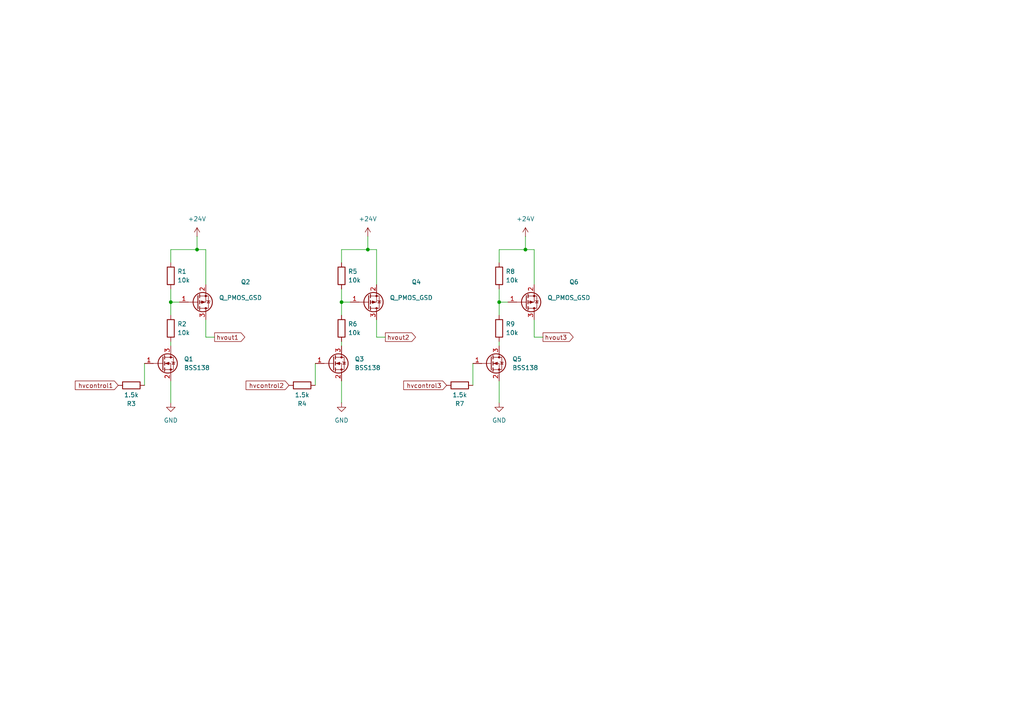
<source format=kicad_sch>
(kicad_sch
	(version 20231120)
	(generator "eeschema")
	(generator_version "8.0")
	(uuid "a2362b97-d29b-4f76-9a0a-8bd8f1455dde")
	(paper "A4")
	(lib_symbols
		(symbol "Device:Q_PMOS_GSD"
			(pin_names
				(offset 0) hide)
			(exclude_from_sim no)
			(in_bom yes)
			(on_board yes)
			(property "Reference" "Q"
				(at 5.08 1.27 0)
				(effects
					(font
						(size 1.27 1.27)
					)
					(justify left)
				)
			)
			(property "Value" "Q_PMOS_GSD"
				(at 5.08 -1.27 0)
				(effects
					(font
						(size 1.27 1.27)
					)
					(justify left)
				)
			)
			(property "Footprint" ""
				(at 5.08 2.54 0)
				(effects
					(font
						(size 1.27 1.27)
					)
					(hide yes)
				)
			)
			(property "Datasheet" "~"
				(at 0 0 0)
				(effects
					(font
						(size 1.27 1.27)
					)
					(hide yes)
				)
			)
			(property "Description" "P-MOSFET transistor, gate/source/drain"
				(at 0 0 0)
				(effects
					(font
						(size 1.27 1.27)
					)
					(hide yes)
				)
			)
			(property "ki_keywords" "transistor PMOS P-MOS P-MOSFET"
				(at 0 0 0)
				(effects
					(font
						(size 1.27 1.27)
					)
					(hide yes)
				)
			)
			(symbol "Q_PMOS_GSD_0_1"
				(polyline
					(pts
						(xy 0.254 0) (xy -2.54 0)
					)
					(stroke
						(width 0)
						(type default)
					)
					(fill
						(type none)
					)
				)
				(polyline
					(pts
						(xy 0.254 1.905) (xy 0.254 -1.905)
					)
					(stroke
						(width 0.254)
						(type default)
					)
					(fill
						(type none)
					)
				)
				(polyline
					(pts
						(xy 0.762 -1.27) (xy 0.762 -2.286)
					)
					(stroke
						(width 0.254)
						(type default)
					)
					(fill
						(type none)
					)
				)
				(polyline
					(pts
						(xy 0.762 0.508) (xy 0.762 -0.508)
					)
					(stroke
						(width 0.254)
						(type default)
					)
					(fill
						(type none)
					)
				)
				(polyline
					(pts
						(xy 0.762 2.286) (xy 0.762 1.27)
					)
					(stroke
						(width 0.254)
						(type default)
					)
					(fill
						(type none)
					)
				)
				(polyline
					(pts
						(xy 2.54 2.54) (xy 2.54 1.778)
					)
					(stroke
						(width 0)
						(type default)
					)
					(fill
						(type none)
					)
				)
				(polyline
					(pts
						(xy 2.54 -2.54) (xy 2.54 0) (xy 0.762 0)
					)
					(stroke
						(width 0)
						(type default)
					)
					(fill
						(type none)
					)
				)
				(polyline
					(pts
						(xy 0.762 1.778) (xy 3.302 1.778) (xy 3.302 -1.778) (xy 0.762 -1.778)
					)
					(stroke
						(width 0)
						(type default)
					)
					(fill
						(type none)
					)
				)
				(polyline
					(pts
						(xy 2.286 0) (xy 1.27 0.381) (xy 1.27 -0.381) (xy 2.286 0)
					)
					(stroke
						(width 0)
						(type default)
					)
					(fill
						(type outline)
					)
				)
				(polyline
					(pts
						(xy 2.794 -0.508) (xy 2.921 -0.381) (xy 3.683 -0.381) (xy 3.81 -0.254)
					)
					(stroke
						(width 0)
						(type default)
					)
					(fill
						(type none)
					)
				)
				(polyline
					(pts
						(xy 3.302 -0.381) (xy 2.921 0.254) (xy 3.683 0.254) (xy 3.302 -0.381)
					)
					(stroke
						(width 0)
						(type default)
					)
					(fill
						(type none)
					)
				)
				(circle
					(center 1.651 0)
					(radius 2.794)
					(stroke
						(width 0.254)
						(type default)
					)
					(fill
						(type none)
					)
				)
				(circle
					(center 2.54 -1.778)
					(radius 0.254)
					(stroke
						(width 0)
						(type default)
					)
					(fill
						(type outline)
					)
				)
				(circle
					(center 2.54 1.778)
					(radius 0.254)
					(stroke
						(width 0)
						(type default)
					)
					(fill
						(type outline)
					)
				)
			)
			(symbol "Q_PMOS_GSD_1_1"
				(pin input line
					(at -5.08 0 0)
					(length 2.54)
					(name "G"
						(effects
							(font
								(size 1.27 1.27)
							)
						)
					)
					(number "1"
						(effects
							(font
								(size 1.27 1.27)
							)
						)
					)
				)
				(pin passive line
					(at 2.54 -5.08 90)
					(length 2.54)
					(name "S"
						(effects
							(font
								(size 1.27 1.27)
							)
						)
					)
					(number "2"
						(effects
							(font
								(size 1.27 1.27)
							)
						)
					)
				)
				(pin passive line
					(at 2.54 5.08 270)
					(length 2.54)
					(name "D"
						(effects
							(font
								(size 1.27 1.27)
							)
						)
					)
					(number "3"
						(effects
							(font
								(size 1.27 1.27)
							)
						)
					)
				)
			)
		)
		(symbol "Device:R"
			(pin_numbers hide)
			(pin_names
				(offset 0)
			)
			(exclude_from_sim no)
			(in_bom yes)
			(on_board yes)
			(property "Reference" "R"
				(at 2.032 0 90)
				(effects
					(font
						(size 1.27 1.27)
					)
				)
			)
			(property "Value" "R"
				(at 0 0 90)
				(effects
					(font
						(size 1.27 1.27)
					)
				)
			)
			(property "Footprint" ""
				(at -1.778 0 90)
				(effects
					(font
						(size 1.27 1.27)
					)
					(hide yes)
				)
			)
			(property "Datasheet" "~"
				(at 0 0 0)
				(effects
					(font
						(size 1.27 1.27)
					)
					(hide yes)
				)
			)
			(property "Description" "Resistor"
				(at 0 0 0)
				(effects
					(font
						(size 1.27 1.27)
					)
					(hide yes)
				)
			)
			(property "ki_keywords" "R res resistor"
				(at 0 0 0)
				(effects
					(font
						(size 1.27 1.27)
					)
					(hide yes)
				)
			)
			(property "ki_fp_filters" "R_*"
				(at 0 0 0)
				(effects
					(font
						(size 1.27 1.27)
					)
					(hide yes)
				)
			)
			(symbol "R_0_1"
				(rectangle
					(start -1.016 -2.54)
					(end 1.016 2.54)
					(stroke
						(width 0.254)
						(type default)
					)
					(fill
						(type none)
					)
				)
			)
			(symbol "R_1_1"
				(pin passive line
					(at 0 3.81 270)
					(length 1.27)
					(name "~"
						(effects
							(font
								(size 1.27 1.27)
							)
						)
					)
					(number "1"
						(effects
							(font
								(size 1.27 1.27)
							)
						)
					)
				)
				(pin passive line
					(at 0 -3.81 90)
					(length 1.27)
					(name "~"
						(effects
							(font
								(size 1.27 1.27)
							)
						)
					)
					(number "2"
						(effects
							(font
								(size 1.27 1.27)
							)
						)
					)
				)
			)
		)
		(symbol "Transistor_FET:BSS138"
			(pin_names hide)
			(exclude_from_sim no)
			(in_bom yes)
			(on_board yes)
			(property "Reference" "Q"
				(at 5.08 1.905 0)
				(effects
					(font
						(size 1.27 1.27)
					)
					(justify left)
				)
			)
			(property "Value" "BSS138"
				(at 5.08 0 0)
				(effects
					(font
						(size 1.27 1.27)
					)
					(justify left)
				)
			)
			(property "Footprint" "Package_TO_SOT_SMD:SOT-23"
				(at 5.08 -1.905 0)
				(effects
					(font
						(size 1.27 1.27)
						(italic yes)
					)
					(justify left)
					(hide yes)
				)
			)
			(property "Datasheet" "https://www.onsemi.com/pub/Collateral/BSS138-D.PDF"
				(at 5.08 -3.81 0)
				(effects
					(font
						(size 1.27 1.27)
					)
					(justify left)
					(hide yes)
				)
			)
			(property "Description" "50V Vds, 0.22A Id, N-Channel MOSFET, SOT-23"
				(at 0 0 0)
				(effects
					(font
						(size 1.27 1.27)
					)
					(hide yes)
				)
			)
			(property "ki_keywords" "N-Channel MOSFET"
				(at 0 0 0)
				(effects
					(font
						(size 1.27 1.27)
					)
					(hide yes)
				)
			)
			(property "ki_fp_filters" "SOT?23*"
				(at 0 0 0)
				(effects
					(font
						(size 1.27 1.27)
					)
					(hide yes)
				)
			)
			(symbol "BSS138_0_1"
				(polyline
					(pts
						(xy 0.254 0) (xy -2.54 0)
					)
					(stroke
						(width 0)
						(type default)
					)
					(fill
						(type none)
					)
				)
				(polyline
					(pts
						(xy 0.254 1.905) (xy 0.254 -1.905)
					)
					(stroke
						(width 0.254)
						(type default)
					)
					(fill
						(type none)
					)
				)
				(polyline
					(pts
						(xy 0.762 -1.27) (xy 0.762 -2.286)
					)
					(stroke
						(width 0.254)
						(type default)
					)
					(fill
						(type none)
					)
				)
				(polyline
					(pts
						(xy 0.762 0.508) (xy 0.762 -0.508)
					)
					(stroke
						(width 0.254)
						(type default)
					)
					(fill
						(type none)
					)
				)
				(polyline
					(pts
						(xy 0.762 2.286) (xy 0.762 1.27)
					)
					(stroke
						(width 0.254)
						(type default)
					)
					(fill
						(type none)
					)
				)
				(polyline
					(pts
						(xy 2.54 2.54) (xy 2.54 1.778)
					)
					(stroke
						(width 0)
						(type default)
					)
					(fill
						(type none)
					)
				)
				(polyline
					(pts
						(xy 2.54 -2.54) (xy 2.54 0) (xy 0.762 0)
					)
					(stroke
						(width 0)
						(type default)
					)
					(fill
						(type none)
					)
				)
				(polyline
					(pts
						(xy 0.762 -1.778) (xy 3.302 -1.778) (xy 3.302 1.778) (xy 0.762 1.778)
					)
					(stroke
						(width 0)
						(type default)
					)
					(fill
						(type none)
					)
				)
				(polyline
					(pts
						(xy 1.016 0) (xy 2.032 0.381) (xy 2.032 -0.381) (xy 1.016 0)
					)
					(stroke
						(width 0)
						(type default)
					)
					(fill
						(type outline)
					)
				)
				(polyline
					(pts
						(xy 2.794 0.508) (xy 2.921 0.381) (xy 3.683 0.381) (xy 3.81 0.254)
					)
					(stroke
						(width 0)
						(type default)
					)
					(fill
						(type none)
					)
				)
				(polyline
					(pts
						(xy 3.302 0.381) (xy 2.921 -0.254) (xy 3.683 -0.254) (xy 3.302 0.381)
					)
					(stroke
						(width 0)
						(type default)
					)
					(fill
						(type none)
					)
				)
				(circle
					(center 1.651 0)
					(radius 2.794)
					(stroke
						(width 0.254)
						(type default)
					)
					(fill
						(type none)
					)
				)
				(circle
					(center 2.54 -1.778)
					(radius 0.254)
					(stroke
						(width 0)
						(type default)
					)
					(fill
						(type outline)
					)
				)
				(circle
					(center 2.54 1.778)
					(radius 0.254)
					(stroke
						(width 0)
						(type default)
					)
					(fill
						(type outline)
					)
				)
			)
			(symbol "BSS138_1_1"
				(pin input line
					(at -5.08 0 0)
					(length 2.54)
					(name "G"
						(effects
							(font
								(size 1.27 1.27)
							)
						)
					)
					(number "1"
						(effects
							(font
								(size 1.27 1.27)
							)
						)
					)
				)
				(pin passive line
					(at 2.54 -5.08 90)
					(length 2.54)
					(name "S"
						(effects
							(font
								(size 1.27 1.27)
							)
						)
					)
					(number "2"
						(effects
							(font
								(size 1.27 1.27)
							)
						)
					)
				)
				(pin passive line
					(at 2.54 5.08 270)
					(length 2.54)
					(name "D"
						(effects
							(font
								(size 1.27 1.27)
							)
						)
					)
					(number "3"
						(effects
							(font
								(size 1.27 1.27)
							)
						)
					)
				)
			)
		)
		(symbol "power:+24V"
			(power)
			(pin_numbers hide)
			(pin_names
				(offset 0) hide)
			(exclude_from_sim no)
			(in_bom yes)
			(on_board yes)
			(property "Reference" "#PWR"
				(at 0 -3.81 0)
				(effects
					(font
						(size 1.27 1.27)
					)
					(hide yes)
				)
			)
			(property "Value" "+24V"
				(at 0 3.556 0)
				(effects
					(font
						(size 1.27 1.27)
					)
				)
			)
			(property "Footprint" ""
				(at 0 0 0)
				(effects
					(font
						(size 1.27 1.27)
					)
					(hide yes)
				)
			)
			(property "Datasheet" ""
				(at 0 0 0)
				(effects
					(font
						(size 1.27 1.27)
					)
					(hide yes)
				)
			)
			(property "Description" "Power symbol creates a global label with name \"+24V\""
				(at 0 0 0)
				(effects
					(font
						(size 1.27 1.27)
					)
					(hide yes)
				)
			)
			(property "ki_keywords" "global power"
				(at 0 0 0)
				(effects
					(font
						(size 1.27 1.27)
					)
					(hide yes)
				)
			)
			(symbol "+24V_0_1"
				(polyline
					(pts
						(xy -0.762 1.27) (xy 0 2.54)
					)
					(stroke
						(width 0)
						(type default)
					)
					(fill
						(type none)
					)
				)
				(polyline
					(pts
						(xy 0 0) (xy 0 2.54)
					)
					(stroke
						(width 0)
						(type default)
					)
					(fill
						(type none)
					)
				)
				(polyline
					(pts
						(xy 0 2.54) (xy 0.762 1.27)
					)
					(stroke
						(width 0)
						(type default)
					)
					(fill
						(type none)
					)
				)
			)
			(symbol "+24V_1_1"
				(pin power_in line
					(at 0 0 90)
					(length 0)
					(name "~"
						(effects
							(font
								(size 1.27 1.27)
							)
						)
					)
					(number "1"
						(effects
							(font
								(size 1.27 1.27)
							)
						)
					)
				)
			)
		)
		(symbol "power:GND"
			(power)
			(pin_numbers hide)
			(pin_names
				(offset 0) hide)
			(exclude_from_sim no)
			(in_bom yes)
			(on_board yes)
			(property "Reference" "#PWR"
				(at 0 -6.35 0)
				(effects
					(font
						(size 1.27 1.27)
					)
					(hide yes)
				)
			)
			(property "Value" "GND"
				(at 0 -3.81 0)
				(effects
					(font
						(size 1.27 1.27)
					)
				)
			)
			(property "Footprint" ""
				(at 0 0 0)
				(effects
					(font
						(size 1.27 1.27)
					)
					(hide yes)
				)
			)
			(property "Datasheet" ""
				(at 0 0 0)
				(effects
					(font
						(size 1.27 1.27)
					)
					(hide yes)
				)
			)
			(property "Description" "Power symbol creates a global label with name \"GND\" , ground"
				(at 0 0 0)
				(effects
					(font
						(size 1.27 1.27)
					)
					(hide yes)
				)
			)
			(property "ki_keywords" "global power"
				(at 0 0 0)
				(effects
					(font
						(size 1.27 1.27)
					)
					(hide yes)
				)
			)
			(symbol "GND_0_1"
				(polyline
					(pts
						(xy 0 0) (xy 0 -1.27) (xy 1.27 -1.27) (xy 0 -2.54) (xy -1.27 -1.27) (xy 0 -1.27)
					)
					(stroke
						(width 0)
						(type default)
					)
					(fill
						(type none)
					)
				)
			)
			(symbol "GND_1_1"
				(pin power_in line
					(at 0 0 270)
					(length 0)
					(name "~"
						(effects
							(font
								(size 1.27 1.27)
							)
						)
					)
					(number "1"
						(effects
							(font
								(size 1.27 1.27)
							)
						)
					)
				)
			)
		)
	)
	(junction
		(at 57.15 72.39)
		(diameter 0)
		(color 0 0 0 0)
		(uuid "0ee08bdd-7188-4d72-a9f7-64b7b7d6fe8b")
	)
	(junction
		(at 99.06 87.63)
		(diameter 0)
		(color 0 0 0 0)
		(uuid "29f71a16-aeb4-4011-a3f4-ba549d43e04d")
	)
	(junction
		(at 106.68 72.39)
		(diameter 0)
		(color 0 0 0 0)
		(uuid "484efa75-98fc-489d-b665-909cc36f3bf6")
	)
	(junction
		(at 152.4 72.39)
		(diameter 0)
		(color 0 0 0 0)
		(uuid "941a4562-df5d-42fe-9ce0-a0ddfeef7ea1")
	)
	(junction
		(at 49.53 87.63)
		(diameter 0)
		(color 0 0 0 0)
		(uuid "bb06acb0-a793-49bd-84de-31ee0c07184d")
	)
	(junction
		(at 144.78 87.63)
		(diameter 0)
		(color 0 0 0 0)
		(uuid "c911aa96-7ba6-452a-b7c8-a62727c2a9dd")
	)
	(wire
		(pts
			(xy 144.78 83.82) (xy 144.78 87.63)
		)
		(stroke
			(width 0)
			(type default)
		)
		(uuid "060bd17c-24aa-4092-9223-88450382a7a9")
	)
	(wire
		(pts
			(xy 106.68 72.39) (xy 99.06 72.39)
		)
		(stroke
			(width 0)
			(type default)
		)
		(uuid "11327c5b-f233-45fd-afab-f2dbfd7ac227")
	)
	(wire
		(pts
			(xy 99.06 110.49) (xy 99.06 116.84)
		)
		(stroke
			(width 0)
			(type default)
		)
		(uuid "113b7000-fd61-4d4d-8340-c6aca7fdc83c")
	)
	(wire
		(pts
			(xy 59.69 92.71) (xy 59.69 97.79)
		)
		(stroke
			(width 0)
			(type default)
		)
		(uuid "11e9e7da-61a2-4717-ada2-b671130facdb")
	)
	(wire
		(pts
			(xy 59.69 72.39) (xy 59.69 82.55)
		)
		(stroke
			(width 0)
			(type default)
		)
		(uuid "1741bc61-0a02-4ba7-9fa3-41b1d9cda603")
	)
	(wire
		(pts
			(xy 154.94 72.39) (xy 154.94 82.55)
		)
		(stroke
			(width 0)
			(type default)
		)
		(uuid "1d800466-1a17-41f7-a33e-9026f3de0562")
	)
	(wire
		(pts
			(xy 144.78 110.49) (xy 144.78 116.84)
		)
		(stroke
			(width 0)
			(type default)
		)
		(uuid "215c50ff-4649-4341-9843-d54932ba75aa")
	)
	(wire
		(pts
			(xy 144.78 87.63) (xy 147.32 87.63)
		)
		(stroke
			(width 0)
			(type default)
		)
		(uuid "2a77cca4-ff2a-4dae-95fd-08a98dc2f874")
	)
	(wire
		(pts
			(xy 154.94 92.71) (xy 154.94 97.79)
		)
		(stroke
			(width 0)
			(type default)
		)
		(uuid "3339a9d2-bd09-4aee-91ab-a614c32aaad1")
	)
	(wire
		(pts
			(xy 91.44 105.41) (xy 91.44 111.76)
		)
		(stroke
			(width 0)
			(type default)
		)
		(uuid "34ecaaf3-1a72-4ff1-9dd7-50663c24cfab")
	)
	(wire
		(pts
			(xy 99.06 87.63) (xy 101.6 87.63)
		)
		(stroke
			(width 0)
			(type default)
		)
		(uuid "37b081e5-e5a0-40ed-9b46-6905379bd580")
	)
	(wire
		(pts
			(xy 109.22 92.71) (xy 109.22 97.79)
		)
		(stroke
			(width 0)
			(type default)
		)
		(uuid "406191c6-571d-4c7b-be62-a69caebf1fb3")
	)
	(wire
		(pts
			(xy 152.4 72.39) (xy 144.78 72.39)
		)
		(stroke
			(width 0)
			(type default)
		)
		(uuid "433fb248-1648-4893-8d0f-69c050169388")
	)
	(wire
		(pts
			(xy 152.4 72.39) (xy 154.94 72.39)
		)
		(stroke
			(width 0)
			(type default)
		)
		(uuid "44ca7979-d27e-4d5d-b503-75a4739fb6ce")
	)
	(wire
		(pts
			(xy 49.53 87.63) (xy 49.53 91.44)
		)
		(stroke
			(width 0)
			(type default)
		)
		(uuid "4d1c528b-adec-462a-a1d7-af2fa466e42e")
	)
	(wire
		(pts
			(xy 99.06 99.06) (xy 99.06 100.33)
		)
		(stroke
			(width 0)
			(type default)
		)
		(uuid "52c4975e-7e6f-481d-8046-c53848e5740d")
	)
	(wire
		(pts
			(xy 49.53 83.82) (xy 49.53 87.63)
		)
		(stroke
			(width 0)
			(type default)
		)
		(uuid "64f15962-6e92-4104-9607-0803bf368b79")
	)
	(wire
		(pts
			(xy 106.68 72.39) (xy 109.22 72.39)
		)
		(stroke
			(width 0)
			(type default)
		)
		(uuid "68312460-425f-4d71-abaa-ee38c533b54b")
	)
	(wire
		(pts
			(xy 49.53 72.39) (xy 49.53 76.2)
		)
		(stroke
			(width 0)
			(type default)
		)
		(uuid "6a6319d2-e766-45de-83bb-f4350f2db0d4")
	)
	(wire
		(pts
			(xy 57.15 68.58) (xy 57.15 72.39)
		)
		(stroke
			(width 0)
			(type default)
		)
		(uuid "722481bd-3a02-4500-959c-729181d98e1d")
	)
	(wire
		(pts
			(xy 99.06 72.39) (xy 99.06 76.2)
		)
		(stroke
			(width 0)
			(type default)
		)
		(uuid "775b2f1a-62a7-493a-a993-dced9a10f7e0")
	)
	(wire
		(pts
			(xy 49.53 87.63) (xy 52.07 87.63)
		)
		(stroke
			(width 0)
			(type default)
		)
		(uuid "8f6ca151-c1f0-427a-b530-80de5c5df2b9")
	)
	(wire
		(pts
			(xy 57.15 72.39) (xy 59.69 72.39)
		)
		(stroke
			(width 0)
			(type default)
		)
		(uuid "90088ba3-d237-4832-938a-5a5b44ae63f4")
	)
	(wire
		(pts
			(xy 57.15 72.39) (xy 49.53 72.39)
		)
		(stroke
			(width 0)
			(type default)
		)
		(uuid "95cf7f47-394d-4b26-9825-57bbb16098be")
	)
	(wire
		(pts
			(xy 144.78 99.06) (xy 144.78 100.33)
		)
		(stroke
			(width 0)
			(type default)
		)
		(uuid "95fe5c5f-c0eb-4718-8834-f6209a744fac")
	)
	(wire
		(pts
			(xy 99.06 83.82) (xy 99.06 87.63)
		)
		(stroke
			(width 0)
			(type default)
		)
		(uuid "9ca884c4-480b-4b31-9536-cd499b553a9c")
	)
	(wire
		(pts
			(xy 144.78 87.63) (xy 144.78 91.44)
		)
		(stroke
			(width 0)
			(type default)
		)
		(uuid "9d258f3f-a9cb-471e-9697-00bfec305ddf")
	)
	(wire
		(pts
			(xy 109.22 72.39) (xy 109.22 82.55)
		)
		(stroke
			(width 0)
			(type default)
		)
		(uuid "a053f006-e161-400a-9b70-469e40a22f89")
	)
	(wire
		(pts
			(xy 41.91 105.41) (xy 41.91 111.76)
		)
		(stroke
			(width 0)
			(type default)
		)
		(uuid "a702a8a3-012f-4355-b479-01c79f90f48e")
	)
	(wire
		(pts
			(xy 59.69 97.79) (xy 62.23 97.79)
		)
		(stroke
			(width 0)
			(type default)
		)
		(uuid "aae19eea-4412-48cd-8869-0ac0986803e9")
	)
	(wire
		(pts
			(xy 109.22 97.79) (xy 111.76 97.79)
		)
		(stroke
			(width 0)
			(type default)
		)
		(uuid "b625746a-d241-436a-9df6-bc49681f1dfa")
	)
	(wire
		(pts
			(xy 49.53 99.06) (xy 49.53 100.33)
		)
		(stroke
			(width 0)
			(type default)
		)
		(uuid "bd90e9ed-f0b5-43aa-a705-70a4113e8787")
	)
	(wire
		(pts
			(xy 99.06 87.63) (xy 99.06 91.44)
		)
		(stroke
			(width 0)
			(type default)
		)
		(uuid "c6d9a2c8-ba14-4272-b479-dfbd05f735a0")
	)
	(wire
		(pts
			(xy 154.94 97.79) (xy 157.48 97.79)
		)
		(stroke
			(width 0)
			(type default)
		)
		(uuid "c9e23f25-4e47-4dd5-89a8-7c5fcac99e3e")
	)
	(wire
		(pts
			(xy 152.4 68.58) (xy 152.4 72.39)
		)
		(stroke
			(width 0)
			(type default)
		)
		(uuid "cd66ff8c-e5e7-4c9b-a09e-6fa9463cfa56")
	)
	(wire
		(pts
			(xy 144.78 72.39) (xy 144.78 76.2)
		)
		(stroke
			(width 0)
			(type default)
		)
		(uuid "d16724f8-372b-46e9-9be5-f3e163333142")
	)
	(wire
		(pts
			(xy 106.68 68.58) (xy 106.68 72.39)
		)
		(stroke
			(width 0)
			(type default)
		)
		(uuid "d1b8f010-e5c0-4050-8e59-a34f06505652")
	)
	(wire
		(pts
			(xy 49.53 110.49) (xy 49.53 116.84)
		)
		(stroke
			(width 0)
			(type default)
		)
		(uuid "dde76c3b-ca2e-44b8-8411-b89463ead3e1")
	)
	(wire
		(pts
			(xy 137.16 105.41) (xy 137.16 111.76)
		)
		(stroke
			(width 0)
			(type default)
		)
		(uuid "df852d56-2c8c-4413-a2c2-049fddaab17a")
	)
	(global_label "hvout2"
		(shape output)
		(at 111.76 97.79 0)
		(fields_autoplaced yes)
		(effects
			(font
				(size 1.27 1.27)
			)
			(justify left)
		)
		(uuid "00fe1eb4-afb0-4333-9de6-f56fc91e82ff")
		(property "Intersheetrefs" "${INTERSHEET_REFS}"
			(at 121.095 97.79 0)
			(effects
				(font
					(size 1.27 1.27)
				)
				(justify left)
				(hide yes)
			)
		)
	)
	(global_label "hvcontrol3"
		(shape input)
		(at 129.54 111.76 180)
		(fields_autoplaced yes)
		(effects
			(font
				(size 1.27 1.27)
			)
			(justify right)
		)
		(uuid "1bf79150-13ba-4479-afc2-60dd37ca290e")
		(property "Intersheetrefs" "${INTERSHEET_REFS}"
			(at 116.516 111.76 0)
			(effects
				(font
					(size 1.27 1.27)
				)
				(justify right)
				(hide yes)
			)
		)
	)
	(global_label "hvout3"
		(shape output)
		(at 157.48 97.79 0)
		(fields_autoplaced yes)
		(effects
			(font
				(size 1.27 1.27)
			)
			(justify left)
		)
		(uuid "517c640e-c0e5-449e-a1d9-ef8c1488871b")
		(property "Intersheetrefs" "${INTERSHEET_REFS}"
			(at 166.815 97.79 0)
			(effects
				(font
					(size 1.27 1.27)
				)
				(justify left)
				(hide yes)
			)
		)
	)
	(global_label "hvout1"
		(shape output)
		(at 62.23 97.79 0)
		(fields_autoplaced yes)
		(effects
			(font
				(size 1.27 1.27)
			)
			(justify left)
		)
		(uuid "5268fc5a-9653-4ac7-9075-9bd64dde2992")
		(property "Intersheetrefs" "${INTERSHEET_REFS}"
			(at 71.565 97.79 0)
			(effects
				(font
					(size 1.27 1.27)
				)
				(justify left)
				(hide yes)
			)
		)
	)
	(global_label "hvcontrol2"
		(shape input)
		(at 83.82 111.76 180)
		(fields_autoplaced yes)
		(effects
			(font
				(size 1.27 1.27)
			)
			(justify right)
		)
		(uuid "6fe90137-7a27-41ac-8a9c-a26ff04dc5f0")
		(property "Intersheetrefs" "${INTERSHEET_REFS}"
			(at 70.796 111.76 0)
			(effects
				(font
					(size 1.27 1.27)
				)
				(justify right)
				(hide yes)
			)
		)
	)
	(global_label "hvcontrol1"
		(shape input)
		(at 34.29 111.76 180)
		(fields_autoplaced yes)
		(effects
			(font
				(size 1.27 1.27)
			)
			(justify right)
		)
		(uuid "79a45640-18c0-4f01-941a-a610344979f7")
		(property "Intersheetrefs" "${INTERSHEET_REFS}"
			(at 21.266 111.76 0)
			(effects
				(font
					(size 1.27 1.27)
				)
				(justify right)
				(hide yes)
			)
		)
	)
	(symbol
		(lib_id "Device:R")
		(at 99.06 95.25 180)
		(unit 1)
		(exclude_from_sim no)
		(in_bom yes)
		(on_board yes)
		(dnp no)
		(fields_autoplaced yes)
		(uuid "1881c5e6-118e-419c-9b2b-bdc1681427a1")
		(property "Reference" "R6"
			(at 100.965 93.9799 0)
			(effects
				(font
					(size 1.27 1.27)
				)
				(justify right)
			)
		)
		(property "Value" "10k"
			(at 100.965 96.5199 0)
			(effects
				(font
					(size 1.27 1.27)
				)
				(justify right)
			)
		)
		(property "Footprint" "Resistor_SMD:R_0603_1608Metric_Pad0.98x0.95mm_HandSolder"
			(at 100.838 95.25 90)
			(effects
				(font
					(size 1.27 1.27)
				)
				(hide yes)
			)
		)
		(property "Datasheet" "~"
			(at 99.06 95.25 0)
			(effects
				(font
					(size 1.27 1.27)
				)
				(hide yes)
			)
		)
		(property "Description" "Resistor"
			(at 99.06 95.25 0)
			(effects
				(font
					(size 1.27 1.27)
				)
				(hide yes)
			)
		)
		(pin "1"
			(uuid "ba9b4d6f-8150-4e60-9b51-6d2da5c186a9")
		)
		(pin "2"
			(uuid "ab93fc35-a0db-46b0-90c7-83e5d32be2cb")
		)
		(instances
			(project "NEOCERA_jnr_project"
				(path "/a8746ab6-0163-416c-99f9-0036ded73fc6/15a42c98-7d13-43cc-bc93-127d5e629e85"
					(reference "R6")
					(unit 1)
				)
			)
		)
	)
	(symbol
		(lib_id "Device:Q_PMOS_GSD")
		(at 152.4 87.63 0)
		(mirror x)
		(unit 1)
		(exclude_from_sim no)
		(in_bom yes)
		(on_board yes)
		(dnp no)
		(uuid "2254e679-4201-4988-94d0-1dadbd40cc28")
		(property "Reference" "Q6"
			(at 165.1 81.788 0)
			(effects
				(font
					(size 1.27 1.27)
				)
				(justify left)
			)
		)
		(property "Value" "Q_PMOS_GSD"
			(at 158.75 86.3601 0)
			(effects
				(font
					(size 1.27 1.27)
				)
				(justify left)
			)
		)
		(property "Footprint" "Package_TO_SOT_SMD:SOT-23_Handsoldering"
			(at 157.48 90.17 0)
			(effects
				(font
					(size 1.27 1.27)
				)
				(hide yes)
			)
		)
		(property "Datasheet" "~"
			(at 152.4 87.63 0)
			(effects
				(font
					(size 1.27 1.27)
				)
				(hide yes)
			)
		)
		(property "Description" "P-MOSFET transistor, gate/source/drain"
			(at 152.4 87.63 0)
			(effects
				(font
					(size 1.27 1.27)
				)
				(hide yes)
			)
		)
		(pin "2"
			(uuid "d116f519-4bbf-4aca-ace3-557c4a23a9f3")
		)
		(pin "1"
			(uuid "2f054ef1-b8e4-480c-86b0-524dae535c87")
		)
		(pin "3"
			(uuid "cb3eed34-84b9-4364-add3-da34e4ed986f")
		)
		(instances
			(project "NEOCERA_jnr_project"
				(path "/a8746ab6-0163-416c-99f9-0036ded73fc6/15a42c98-7d13-43cc-bc93-127d5e629e85"
					(reference "Q6")
					(unit 1)
				)
			)
		)
	)
	(symbol
		(lib_id "power:+24V")
		(at 106.68 68.58 0)
		(unit 1)
		(exclude_from_sim no)
		(in_bom yes)
		(on_board yes)
		(dnp no)
		(fields_autoplaced yes)
		(uuid "2a9810f4-daa2-4029-bba7-92ac232a7d08")
		(property "Reference" "#PWR06"
			(at 106.68 72.39 0)
			(effects
				(font
					(size 1.27 1.27)
				)
				(hide yes)
			)
		)
		(property "Value" "+24V"
			(at 106.68 63.5 0)
			(effects
				(font
					(size 1.27 1.27)
				)
			)
		)
		(property "Footprint" ""
			(at 106.68 68.58 0)
			(effects
				(font
					(size 1.27 1.27)
				)
				(hide yes)
			)
		)
		(property "Datasheet" ""
			(at 106.68 68.58 0)
			(effects
				(font
					(size 1.27 1.27)
				)
				(hide yes)
			)
		)
		(property "Description" "Power symbol creates a global label with name \"+24V\""
			(at 106.68 68.58 0)
			(effects
				(font
					(size 1.27 1.27)
				)
				(hide yes)
			)
		)
		(pin "1"
			(uuid "3fee446c-b50d-4910-b0a0-0a97ba84a4d0")
		)
		(instances
			(project "NEOCERA_jnr_project"
				(path "/a8746ab6-0163-416c-99f9-0036ded73fc6/15a42c98-7d13-43cc-bc93-127d5e629e85"
					(reference "#PWR06")
					(unit 1)
				)
			)
		)
	)
	(symbol
		(lib_id "power:GND")
		(at 144.78 116.84 0)
		(unit 1)
		(exclude_from_sim no)
		(in_bom yes)
		(on_board yes)
		(dnp no)
		(fields_autoplaced yes)
		(uuid "3381cffe-8ac7-40b0-aa9f-a1a6226665df")
		(property "Reference" "#PWR07"
			(at 144.78 123.19 0)
			(effects
				(font
					(size 1.27 1.27)
				)
				(hide yes)
			)
		)
		(property "Value" "GND"
			(at 144.78 121.92 0)
			(effects
				(font
					(size 1.27 1.27)
				)
			)
		)
		(property "Footprint" ""
			(at 144.78 116.84 0)
			(effects
				(font
					(size 1.27 1.27)
				)
				(hide yes)
			)
		)
		(property "Datasheet" ""
			(at 144.78 116.84 0)
			(effects
				(font
					(size 1.27 1.27)
				)
				(hide yes)
			)
		)
		(property "Description" "Power symbol creates a global label with name \"GND\" , ground"
			(at 144.78 116.84 0)
			(effects
				(font
					(size 1.27 1.27)
				)
				(hide yes)
			)
		)
		(pin "1"
			(uuid "df02c50f-5f5b-4807-8295-410b7f474917")
		)
		(instances
			(project "NEOCERA_jnr_project"
				(path "/a8746ab6-0163-416c-99f9-0036ded73fc6/15a42c98-7d13-43cc-bc93-127d5e629e85"
					(reference "#PWR07")
					(unit 1)
				)
			)
		)
	)
	(symbol
		(lib_id "Transistor_FET:BSS138")
		(at 142.24 105.41 0)
		(unit 1)
		(exclude_from_sim no)
		(in_bom yes)
		(on_board yes)
		(dnp no)
		(fields_autoplaced yes)
		(uuid "3cdf0f56-6608-453a-9ea4-f5b09c16fec8")
		(property "Reference" "Q5"
			(at 148.59 104.1399 0)
			(effects
				(font
					(size 1.27 1.27)
				)
				(justify left)
			)
		)
		(property "Value" "BSS138"
			(at 148.59 106.6799 0)
			(effects
				(font
					(size 1.27 1.27)
				)
				(justify left)
			)
		)
		(property "Footprint" "Package_TO_SOT_SMD:SOT-23_Handsoldering"
			(at 147.32 107.315 0)
			(effects
				(font
					(size 1.27 1.27)
					(italic yes)
				)
				(justify left)
				(hide yes)
			)
		)
		(property "Datasheet" "https://www.onsemi.com/pub/Collateral/BSS138-D.PDF"
			(at 147.32 109.22 0)
			(effects
				(font
					(size 1.27 1.27)
				)
				(justify left)
				(hide yes)
			)
		)
		(property "Description" "50V Vds, 0.22A Id, N-Channel MOSFET, SOT-23"
			(at 142.24 105.41 0)
			(effects
				(font
					(size 1.27 1.27)
				)
				(hide yes)
			)
		)
		(pin "3"
			(uuid "4f189bdf-a3a4-4afb-bf8d-9e836ccf86d3")
		)
		(pin "1"
			(uuid "cc5016b1-76a7-487e-aca6-8f67b950817e")
		)
		(pin "2"
			(uuid "412f23b0-73cf-47a8-a32b-723be8a59e3b")
		)
		(instances
			(project "NEOCERA_jnr_project"
				(path "/a8746ab6-0163-416c-99f9-0036ded73fc6/15a42c98-7d13-43cc-bc93-127d5e629e85"
					(reference "Q5")
					(unit 1)
				)
			)
		)
	)
	(symbol
		(lib_id "Device:Q_PMOS_GSD")
		(at 57.15 87.63 0)
		(mirror x)
		(unit 1)
		(exclude_from_sim no)
		(in_bom yes)
		(on_board yes)
		(dnp no)
		(uuid "3d5b5d5d-0d35-4652-922e-c337bfddff22")
		(property "Reference" "Q2"
			(at 69.85 81.788 0)
			(effects
				(font
					(size 1.27 1.27)
				)
				(justify left)
			)
		)
		(property "Value" "Q_PMOS_GSD"
			(at 63.5 86.3601 0)
			(effects
				(font
					(size 1.27 1.27)
				)
				(justify left)
			)
		)
		(property "Footprint" "Package_TO_SOT_SMD:SOT-23_Handsoldering"
			(at 62.23 90.17 0)
			(effects
				(font
					(size 1.27 1.27)
				)
				(hide yes)
			)
		)
		(property "Datasheet" "~"
			(at 57.15 87.63 0)
			(effects
				(font
					(size 1.27 1.27)
				)
				(hide yes)
			)
		)
		(property "Description" "P-MOSFET transistor, gate/source/drain"
			(at 57.15 87.63 0)
			(effects
				(font
					(size 1.27 1.27)
				)
				(hide yes)
			)
		)
		(pin "2"
			(uuid "da1174ac-b90c-4bd5-a9fb-56971e9bbb7d")
		)
		(pin "1"
			(uuid "8ac5e9c6-f8f2-40cc-929f-d420d254124f")
		)
		(pin "3"
			(uuid "6aa99cde-332c-4cea-8e4a-5d17fe7750ac")
		)
		(instances
			(project ""
				(path "/a8746ab6-0163-416c-99f9-0036ded73fc6/15a42c98-7d13-43cc-bc93-127d5e629e85"
					(reference "Q2")
					(unit 1)
				)
			)
		)
	)
	(symbol
		(lib_id "Transistor_FET:BSS138")
		(at 46.99 105.41 0)
		(unit 1)
		(exclude_from_sim no)
		(in_bom yes)
		(on_board yes)
		(dnp no)
		(fields_autoplaced yes)
		(uuid "3f3fa405-c8d9-4e57-a98c-b351ee690d75")
		(property "Reference" "Q1"
			(at 53.34 104.1399 0)
			(effects
				(font
					(size 1.27 1.27)
				)
				(justify left)
			)
		)
		(property "Value" "BSS138"
			(at 53.34 106.6799 0)
			(effects
				(font
					(size 1.27 1.27)
				)
				(justify left)
			)
		)
		(property "Footprint" "Package_TO_SOT_SMD:SOT-23_Handsoldering"
			(at 52.07 107.315 0)
			(effects
				(font
					(size 1.27 1.27)
					(italic yes)
				)
				(justify left)
				(hide yes)
			)
		)
		(property "Datasheet" "https://www.onsemi.com/pub/Collateral/BSS138-D.PDF"
			(at 52.07 109.22 0)
			(effects
				(font
					(size 1.27 1.27)
				)
				(justify left)
				(hide yes)
			)
		)
		(property "Description" "50V Vds, 0.22A Id, N-Channel MOSFET, SOT-23"
			(at 46.99 105.41 0)
			(effects
				(font
					(size 1.27 1.27)
				)
				(hide yes)
			)
		)
		(pin "3"
			(uuid "6ac82a44-9808-434d-952b-4019b29b9ac7")
		)
		(pin "1"
			(uuid "88b60b74-ddb8-4c2b-b845-8f3cbca43478")
		)
		(pin "2"
			(uuid "87386ddc-3a24-4f7d-85c5-480ea6840391")
		)
		(instances
			(project ""
				(path "/a8746ab6-0163-416c-99f9-0036ded73fc6/15a42c98-7d13-43cc-bc93-127d5e629e85"
					(reference "Q1")
					(unit 1)
				)
			)
		)
	)
	(symbol
		(lib_id "power:GND")
		(at 49.53 116.84 0)
		(unit 1)
		(exclude_from_sim no)
		(in_bom yes)
		(on_board yes)
		(dnp no)
		(fields_autoplaced yes)
		(uuid "40a01b3a-0853-4756-b20d-a8c6409e47c6")
		(property "Reference" "#PWR03"
			(at 49.53 123.19 0)
			(effects
				(font
					(size 1.27 1.27)
				)
				(hide yes)
			)
		)
		(property "Value" "GND"
			(at 49.53 121.92 0)
			(effects
				(font
					(size 1.27 1.27)
				)
			)
		)
		(property "Footprint" ""
			(at 49.53 116.84 0)
			(effects
				(font
					(size 1.27 1.27)
				)
				(hide yes)
			)
		)
		(property "Datasheet" ""
			(at 49.53 116.84 0)
			(effects
				(font
					(size 1.27 1.27)
				)
				(hide yes)
			)
		)
		(property "Description" "Power symbol creates a global label with name \"GND\" , ground"
			(at 49.53 116.84 0)
			(effects
				(font
					(size 1.27 1.27)
				)
				(hide yes)
			)
		)
		(pin "1"
			(uuid "9611900c-c196-4e60-8284-0cbefb94cb76")
		)
		(instances
			(project "NEOCERA_jnr_project"
				(path "/a8746ab6-0163-416c-99f9-0036ded73fc6/15a42c98-7d13-43cc-bc93-127d5e629e85"
					(reference "#PWR03")
					(unit 1)
				)
			)
		)
	)
	(symbol
		(lib_id "Device:R")
		(at 99.06 80.01 0)
		(unit 1)
		(exclude_from_sim no)
		(in_bom yes)
		(on_board yes)
		(dnp no)
		(fields_autoplaced yes)
		(uuid "4cb030d6-93ce-4056-9c83-eecc6b86eb1f")
		(property "Reference" "R5"
			(at 100.965 78.7399 0)
			(effects
				(font
					(size 1.27 1.27)
				)
				(justify left)
			)
		)
		(property "Value" "10k"
			(at 100.965 81.2799 0)
			(effects
				(font
					(size 1.27 1.27)
				)
				(justify left)
			)
		)
		(property "Footprint" "Resistor_SMD:R_0603_1608Metric_Pad0.98x0.95mm_HandSolder"
			(at 97.282 80.01 90)
			(effects
				(font
					(size 1.27 1.27)
				)
				(hide yes)
			)
		)
		(property "Datasheet" "~"
			(at 99.06 80.01 0)
			(effects
				(font
					(size 1.27 1.27)
				)
				(hide yes)
			)
		)
		(property "Description" "Resistor"
			(at 99.06 80.01 0)
			(effects
				(font
					(size 1.27 1.27)
				)
				(hide yes)
			)
		)
		(pin "1"
			(uuid "379a9845-e7d5-4126-83d4-53be5de855ac")
		)
		(pin "2"
			(uuid "e7d8a954-9e54-44b9-adac-b0cc127cc224")
		)
		(instances
			(project "NEOCERA_jnr_project"
				(path "/a8746ab6-0163-416c-99f9-0036ded73fc6/15a42c98-7d13-43cc-bc93-127d5e629e85"
					(reference "R5")
					(unit 1)
				)
			)
		)
	)
	(symbol
		(lib_id "Device:Q_PMOS_GSD")
		(at 106.68 87.63 0)
		(mirror x)
		(unit 1)
		(exclude_from_sim no)
		(in_bom yes)
		(on_board yes)
		(dnp no)
		(uuid "5df7deb4-522f-40f1-9755-8ce944eec9df")
		(property "Reference" "Q4"
			(at 119.38 81.788 0)
			(effects
				(font
					(size 1.27 1.27)
				)
				(justify left)
			)
		)
		(property "Value" "Q_PMOS_GSD"
			(at 113.03 86.3601 0)
			(effects
				(font
					(size 1.27 1.27)
				)
				(justify left)
			)
		)
		(property "Footprint" "Package_TO_SOT_SMD:SOT-23_Handsoldering"
			(at 111.76 90.17 0)
			(effects
				(font
					(size 1.27 1.27)
				)
				(hide yes)
			)
		)
		(property "Datasheet" "~"
			(at 106.68 87.63 0)
			(effects
				(font
					(size 1.27 1.27)
				)
				(hide yes)
			)
		)
		(property "Description" "P-MOSFET transistor, gate/source/drain"
			(at 106.68 87.63 0)
			(effects
				(font
					(size 1.27 1.27)
				)
				(hide yes)
			)
		)
		(pin "2"
			(uuid "b4274093-166d-4753-835a-5f8c5a36a8b3")
		)
		(pin "1"
			(uuid "a751d666-6b99-4797-a121-a5e90ebeeea6")
		)
		(pin "3"
			(uuid "6fc38cc5-42b4-4826-85d3-7dfb82013bda")
		)
		(instances
			(project "NEOCERA_jnr_project"
				(path "/a8746ab6-0163-416c-99f9-0036ded73fc6/15a42c98-7d13-43cc-bc93-127d5e629e85"
					(reference "Q4")
					(unit 1)
				)
			)
		)
	)
	(symbol
		(lib_id "Device:R")
		(at 38.1 111.76 90)
		(unit 1)
		(exclude_from_sim no)
		(in_bom yes)
		(on_board yes)
		(dnp no)
		(uuid "5f0c58d1-02c0-46e7-b2b0-ebcd725ff3b1")
		(property "Reference" "R3"
			(at 38.1 117.094 90)
			(effects
				(font
					(size 1.27 1.27)
				)
			)
		)
		(property "Value" "1.5k"
			(at 38.1 114.554 90)
			(effects
				(font
					(size 1.27 1.27)
				)
			)
		)
		(property "Footprint" "Resistor_SMD:R_0603_1608Metric_Pad0.98x0.95mm_HandSolder"
			(at 38.1 113.538 90)
			(effects
				(font
					(size 1.27 1.27)
				)
				(hide yes)
			)
		)
		(property "Datasheet" "~"
			(at 38.1 111.76 0)
			(effects
				(font
					(size 1.27 1.27)
				)
				(hide yes)
			)
		)
		(property "Description" "Resistor"
			(at 38.1 111.76 0)
			(effects
				(font
					(size 1.27 1.27)
				)
				(hide yes)
			)
		)
		(pin "1"
			(uuid "ffc70f74-1124-4e53-b09a-b8d8541cfafd")
		)
		(pin "2"
			(uuid "d39ac3d6-36b4-4055-8f75-41c8aab68ffa")
		)
		(instances
			(project "NEOCERA_jnr_project"
				(path "/a8746ab6-0163-416c-99f9-0036ded73fc6/15a42c98-7d13-43cc-bc93-127d5e629e85"
					(reference "R3")
					(unit 1)
				)
			)
		)
	)
	(symbol
		(lib_id "power:GND")
		(at 99.06 116.84 0)
		(unit 1)
		(exclude_from_sim no)
		(in_bom yes)
		(on_board yes)
		(dnp no)
		(fields_autoplaced yes)
		(uuid "62bfcdc0-30ac-405c-adda-97a2cedb4024")
		(property "Reference" "#PWR05"
			(at 99.06 123.19 0)
			(effects
				(font
					(size 1.27 1.27)
				)
				(hide yes)
			)
		)
		(property "Value" "GND"
			(at 99.06 121.92 0)
			(effects
				(font
					(size 1.27 1.27)
				)
			)
		)
		(property "Footprint" ""
			(at 99.06 116.84 0)
			(effects
				(font
					(size 1.27 1.27)
				)
				(hide yes)
			)
		)
		(property "Datasheet" ""
			(at 99.06 116.84 0)
			(effects
				(font
					(size 1.27 1.27)
				)
				(hide yes)
			)
		)
		(property "Description" "Power symbol creates a global label with name \"GND\" , ground"
			(at 99.06 116.84 0)
			(effects
				(font
					(size 1.27 1.27)
				)
				(hide yes)
			)
		)
		(pin "1"
			(uuid "7b951a8a-0581-44a0-bae7-e376e83e031a")
		)
		(instances
			(project "NEOCERA_jnr_project"
				(path "/a8746ab6-0163-416c-99f9-0036ded73fc6/15a42c98-7d13-43cc-bc93-127d5e629e85"
					(reference "#PWR05")
					(unit 1)
				)
			)
		)
	)
	(symbol
		(lib_id "Device:R")
		(at 87.63 111.76 90)
		(unit 1)
		(exclude_from_sim no)
		(in_bom yes)
		(on_board yes)
		(dnp no)
		(uuid "6d260d78-5f87-4b1f-acae-b19a3538d870")
		(property "Reference" "R4"
			(at 87.63 117.094 90)
			(effects
				(font
					(size 1.27 1.27)
				)
			)
		)
		(property "Value" "1.5k"
			(at 87.63 114.554 90)
			(effects
				(font
					(size 1.27 1.27)
				)
			)
		)
		(property "Footprint" "Resistor_SMD:R_0603_1608Metric_Pad0.98x0.95mm_HandSolder"
			(at 87.63 113.538 90)
			(effects
				(font
					(size 1.27 1.27)
				)
				(hide yes)
			)
		)
		(property "Datasheet" "~"
			(at 87.63 111.76 0)
			(effects
				(font
					(size 1.27 1.27)
				)
				(hide yes)
			)
		)
		(property "Description" "Resistor"
			(at 87.63 111.76 0)
			(effects
				(font
					(size 1.27 1.27)
				)
				(hide yes)
			)
		)
		(pin "1"
			(uuid "38d38abd-eb16-4917-b08f-72e790f0dfa3")
		)
		(pin "2"
			(uuid "9a3b0a10-c224-40a7-b190-a31e28a0a673")
		)
		(instances
			(project "NEOCERA_jnr_project"
				(path "/a8746ab6-0163-416c-99f9-0036ded73fc6/15a42c98-7d13-43cc-bc93-127d5e629e85"
					(reference "R4")
					(unit 1)
				)
			)
		)
	)
	(symbol
		(lib_id "power:+24V")
		(at 57.15 68.58 0)
		(unit 1)
		(exclude_from_sim no)
		(in_bom yes)
		(on_board yes)
		(dnp no)
		(fields_autoplaced yes)
		(uuid "7469d7c0-0eab-4983-a01f-249c35bd7396")
		(property "Reference" "#PWR04"
			(at 57.15 72.39 0)
			(effects
				(font
					(size 1.27 1.27)
				)
				(hide yes)
			)
		)
		(property "Value" "+24V"
			(at 57.15 63.5 0)
			(effects
				(font
					(size 1.27 1.27)
				)
			)
		)
		(property "Footprint" ""
			(at 57.15 68.58 0)
			(effects
				(font
					(size 1.27 1.27)
				)
				(hide yes)
			)
		)
		(property "Datasheet" ""
			(at 57.15 68.58 0)
			(effects
				(font
					(size 1.27 1.27)
				)
				(hide yes)
			)
		)
		(property "Description" "Power symbol creates a global label with name \"+24V\""
			(at 57.15 68.58 0)
			(effects
				(font
					(size 1.27 1.27)
				)
				(hide yes)
			)
		)
		(pin "1"
			(uuid "8d526b94-0f58-41b9-8e52-4bed64ad73d1")
		)
		(instances
			(project ""
				(path "/a8746ab6-0163-416c-99f9-0036ded73fc6/15a42c98-7d13-43cc-bc93-127d5e629e85"
					(reference "#PWR04")
					(unit 1)
				)
			)
		)
	)
	(symbol
		(lib_id "Device:R")
		(at 144.78 95.25 180)
		(unit 1)
		(exclude_from_sim no)
		(in_bom yes)
		(on_board yes)
		(dnp no)
		(fields_autoplaced yes)
		(uuid "bab98961-9fda-41fe-9d1c-97caf59a0b72")
		(property "Reference" "R9"
			(at 146.685 93.9799 0)
			(effects
				(font
					(size 1.27 1.27)
				)
				(justify right)
			)
		)
		(property "Value" "10k"
			(at 146.685 96.5199 0)
			(effects
				(font
					(size 1.27 1.27)
				)
				(justify right)
			)
		)
		(property "Footprint" "Resistor_SMD:R_0603_1608Metric_Pad0.98x0.95mm_HandSolder"
			(at 146.558 95.25 90)
			(effects
				(font
					(size 1.27 1.27)
				)
				(hide yes)
			)
		)
		(property "Datasheet" "~"
			(at 144.78 95.25 0)
			(effects
				(font
					(size 1.27 1.27)
				)
				(hide yes)
			)
		)
		(property "Description" "Resistor"
			(at 144.78 95.25 0)
			(effects
				(font
					(size 1.27 1.27)
				)
				(hide yes)
			)
		)
		(pin "1"
			(uuid "00dc63c9-bf06-4f07-bcb5-ac2050a586c2")
		)
		(pin "2"
			(uuid "f2d1efa8-fd58-4ca7-928d-1ec37b083f83")
		)
		(instances
			(project "NEOCERA_jnr_project"
				(path "/a8746ab6-0163-416c-99f9-0036ded73fc6/15a42c98-7d13-43cc-bc93-127d5e629e85"
					(reference "R9")
					(unit 1)
				)
			)
		)
	)
	(symbol
		(lib_id "Device:R")
		(at 49.53 80.01 0)
		(unit 1)
		(exclude_from_sim no)
		(in_bom yes)
		(on_board yes)
		(dnp no)
		(fields_autoplaced yes)
		(uuid "bb9514a5-798b-46ae-84ef-2b227129f26e")
		(property "Reference" "R1"
			(at 51.435 78.7399 0)
			(effects
				(font
					(size 1.27 1.27)
				)
				(justify left)
			)
		)
		(property "Value" "10k"
			(at 51.435 81.2799 0)
			(effects
				(font
					(size 1.27 1.27)
				)
				(justify left)
			)
		)
		(property "Footprint" "Resistor_SMD:R_0603_1608Metric_Pad0.98x0.95mm_HandSolder"
			(at 47.752 80.01 90)
			(effects
				(font
					(size 1.27 1.27)
				)
				(hide yes)
			)
		)
		(property "Datasheet" "~"
			(at 49.53 80.01 0)
			(effects
				(font
					(size 1.27 1.27)
				)
				(hide yes)
			)
		)
		(property "Description" "Resistor"
			(at 49.53 80.01 0)
			(effects
				(font
					(size 1.27 1.27)
				)
				(hide yes)
			)
		)
		(pin "1"
			(uuid "2f99a68d-1fbb-4796-978d-cd1f0b6b933c")
		)
		(pin "2"
			(uuid "314f7505-70bb-46a0-bb2c-9ba0b9f906d1")
		)
		(instances
			(project ""
				(path "/a8746ab6-0163-416c-99f9-0036ded73fc6/15a42c98-7d13-43cc-bc93-127d5e629e85"
					(reference "R1")
					(unit 1)
				)
			)
		)
	)
	(symbol
		(lib_id "power:+24V")
		(at 152.4 68.58 0)
		(unit 1)
		(exclude_from_sim no)
		(in_bom yes)
		(on_board yes)
		(dnp no)
		(fields_autoplaced yes)
		(uuid "cd6c494d-62c9-445a-9ada-1bb19a02acf2")
		(property "Reference" "#PWR08"
			(at 152.4 72.39 0)
			(effects
				(font
					(size 1.27 1.27)
				)
				(hide yes)
			)
		)
		(property "Value" "+24V"
			(at 152.4 63.5 0)
			(effects
				(font
					(size 1.27 1.27)
				)
			)
		)
		(property "Footprint" ""
			(at 152.4 68.58 0)
			(effects
				(font
					(size 1.27 1.27)
				)
				(hide yes)
			)
		)
		(property "Datasheet" ""
			(at 152.4 68.58 0)
			(effects
				(font
					(size 1.27 1.27)
				)
				(hide yes)
			)
		)
		(property "Description" "Power symbol creates a global label with name \"+24V\""
			(at 152.4 68.58 0)
			(effects
				(font
					(size 1.27 1.27)
				)
				(hide yes)
			)
		)
		(pin "1"
			(uuid "5de8e7fe-b947-4bd8-b950-72f5b5d88cb4")
		)
		(instances
			(project "NEOCERA_jnr_project"
				(path "/a8746ab6-0163-416c-99f9-0036ded73fc6/15a42c98-7d13-43cc-bc93-127d5e629e85"
					(reference "#PWR08")
					(unit 1)
				)
			)
		)
	)
	(symbol
		(lib_id "Device:R")
		(at 133.35 111.76 90)
		(unit 1)
		(exclude_from_sim no)
		(in_bom yes)
		(on_board yes)
		(dnp no)
		(uuid "d97f4564-1646-4d1f-9d93-c9f7c34d1837")
		(property "Reference" "R7"
			(at 133.35 117.094 90)
			(effects
				(font
					(size 1.27 1.27)
				)
			)
		)
		(property "Value" "1.5k"
			(at 133.35 114.554 90)
			(effects
				(font
					(size 1.27 1.27)
				)
			)
		)
		(property "Footprint" "Resistor_SMD:R_0603_1608Metric_Pad0.98x0.95mm_HandSolder"
			(at 133.35 113.538 90)
			(effects
				(font
					(size 1.27 1.27)
				)
				(hide yes)
			)
		)
		(property "Datasheet" "~"
			(at 133.35 111.76 0)
			(effects
				(font
					(size 1.27 1.27)
				)
				(hide yes)
			)
		)
		(property "Description" "Resistor"
			(at 133.35 111.76 0)
			(effects
				(font
					(size 1.27 1.27)
				)
				(hide yes)
			)
		)
		(pin "1"
			(uuid "a64a8173-5f62-4142-ac86-20e8f6ae3faf")
		)
		(pin "2"
			(uuid "55f52e91-b1dd-4bb5-8761-804e4bf4a4c5")
		)
		(instances
			(project "NEOCERA_jnr_project"
				(path "/a8746ab6-0163-416c-99f9-0036ded73fc6/15a42c98-7d13-43cc-bc93-127d5e629e85"
					(reference "R7")
					(unit 1)
				)
			)
		)
	)
	(symbol
		(lib_id "Transistor_FET:BSS138")
		(at 96.52 105.41 0)
		(unit 1)
		(exclude_from_sim no)
		(in_bom yes)
		(on_board yes)
		(dnp no)
		(fields_autoplaced yes)
		(uuid "dd20802c-b860-4e71-a526-c0b00b70c934")
		(property "Reference" "Q3"
			(at 102.87 104.1399 0)
			(effects
				(font
					(size 1.27 1.27)
				)
				(justify left)
			)
		)
		(property "Value" "BSS138"
			(at 102.87 106.6799 0)
			(effects
				(font
					(size 1.27 1.27)
				)
				(justify left)
			)
		)
		(property "Footprint" "Package_TO_SOT_SMD:SOT-23_Handsoldering"
			(at 101.6 107.315 0)
			(effects
				(font
					(size 1.27 1.27)
					(italic yes)
				)
				(justify left)
				(hide yes)
			)
		)
		(property "Datasheet" "https://www.onsemi.com/pub/Collateral/BSS138-D.PDF"
			(at 101.6 109.22 0)
			(effects
				(font
					(size 1.27 1.27)
				)
				(justify left)
				(hide yes)
			)
		)
		(property "Description" "50V Vds, 0.22A Id, N-Channel MOSFET, SOT-23"
			(at 96.52 105.41 0)
			(effects
				(font
					(size 1.27 1.27)
				)
				(hide yes)
			)
		)
		(pin "3"
			(uuid "2f2c5164-a10b-43bd-8413-fcdd274fd4ac")
		)
		(pin "1"
			(uuid "1558ab4b-185a-462c-838a-f72f3745b78b")
		)
		(pin "2"
			(uuid "8ac9eee9-4d3f-4c47-a623-c1d6618314f4")
		)
		(instances
			(project "NEOCERA_jnr_project"
				(path "/a8746ab6-0163-416c-99f9-0036ded73fc6/15a42c98-7d13-43cc-bc93-127d5e629e85"
					(reference "Q3")
					(unit 1)
				)
			)
		)
	)
	(symbol
		(lib_id "Device:R")
		(at 49.53 95.25 180)
		(unit 1)
		(exclude_from_sim no)
		(in_bom yes)
		(on_board yes)
		(dnp no)
		(fields_autoplaced yes)
		(uuid "def41cdf-b68f-4e2f-a166-8d844025dd57")
		(property "Reference" "R2"
			(at 51.435 93.9799 0)
			(effects
				(font
					(size 1.27 1.27)
				)
				(justify right)
			)
		)
		(property "Value" "10k"
			(at 51.435 96.5199 0)
			(effects
				(font
					(size 1.27 1.27)
				)
				(justify right)
			)
		)
		(property "Footprint" "Resistor_SMD:R_0603_1608Metric_Pad0.98x0.95mm_HandSolder"
			(at 51.308 95.25 90)
			(effects
				(font
					(size 1.27 1.27)
				)
				(hide yes)
			)
		)
		(property "Datasheet" "~"
			(at 49.53 95.25 0)
			(effects
				(font
					(size 1.27 1.27)
				)
				(hide yes)
			)
		)
		(property "Description" "Resistor"
			(at 49.53 95.25 0)
			(effects
				(font
					(size 1.27 1.27)
				)
				(hide yes)
			)
		)
		(pin "1"
			(uuid "1cfd6c50-dc2a-4d2d-a1c4-5ad5f853cda6")
		)
		(pin "2"
			(uuid "0e35c7fc-7c83-4a14-9511-151130d175bf")
		)
		(instances
			(project "NEOCERA_jnr_project"
				(path "/a8746ab6-0163-416c-99f9-0036ded73fc6/15a42c98-7d13-43cc-bc93-127d5e629e85"
					(reference "R2")
					(unit 1)
				)
			)
		)
	)
	(symbol
		(lib_id "Device:R")
		(at 144.78 80.01 0)
		(unit 1)
		(exclude_from_sim no)
		(in_bom yes)
		(on_board yes)
		(dnp no)
		(fields_autoplaced yes)
		(uuid "e36d4c7c-fc8b-4ea3-9d48-285d2e8f6bff")
		(property "Reference" "R8"
			(at 146.685 78.7399 0)
			(effects
				(font
					(size 1.27 1.27)
				)
				(justify left)
			)
		)
		(property "Value" "10k"
			(at 146.685 81.2799 0)
			(effects
				(font
					(size 1.27 1.27)
				)
				(justify left)
			)
		)
		(property "Footprint" "Resistor_SMD:R_0603_1608Metric_Pad0.98x0.95mm_HandSolder"
			(at 143.002 80.01 90)
			(effects
				(font
					(size 1.27 1.27)
				)
				(hide yes)
			)
		)
		(property "Datasheet" "~"
			(at 144.78 80.01 0)
			(effects
				(font
					(size 1.27 1.27)
				)
				(hide yes)
			)
		)
		(property "Description" "Resistor"
			(at 144.78 80.01 0)
			(effects
				(font
					(size 1.27 1.27)
				)
				(hide yes)
			)
		)
		(pin "1"
			(uuid "3169debf-f547-4dd9-87c9-09907437c17f")
		)
		(pin "2"
			(uuid "386066fb-a0f6-4b7b-bdd3-a31a71dfe91b")
		)
		(instances
			(project "NEOCERA_jnr_project"
				(path "/a8746ab6-0163-416c-99f9-0036ded73fc6/15a42c98-7d13-43cc-bc93-127d5e629e85"
					(reference "R8")
					(unit 1)
				)
			)
		)
	)
)

</source>
